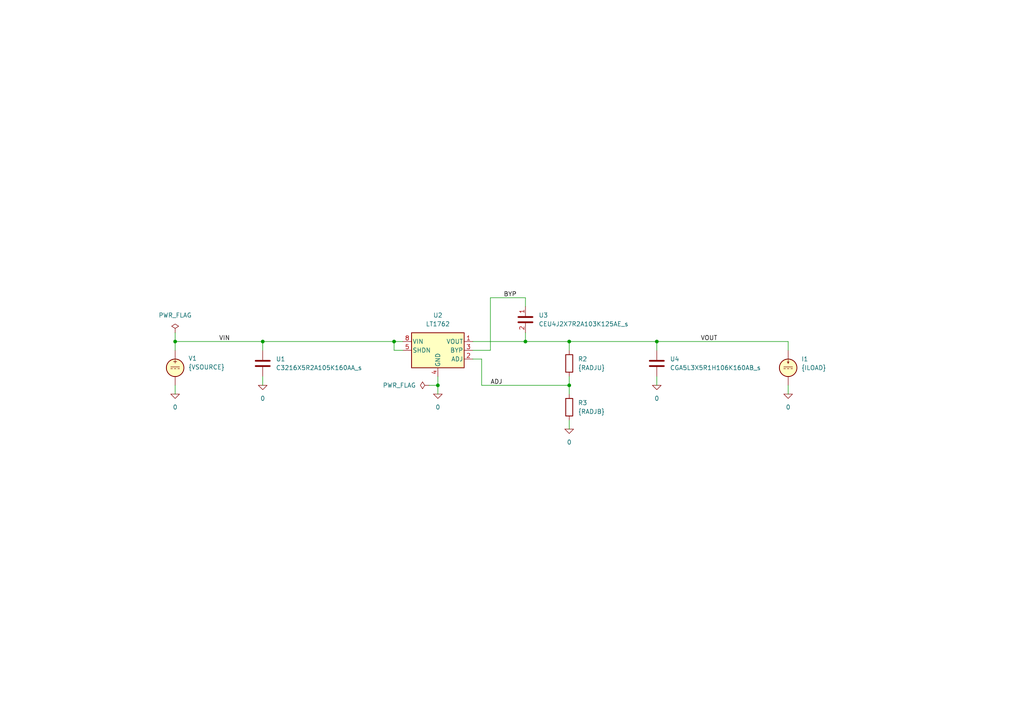
<source format=kicad_sch>
(kicad_sch
	(version 20231120)
	(generator "eeschema")
	(generator_version "8.0")
	(uuid "f42f029b-98b8-43a6-9a39-1406bd100a54")
	(paper "A4")
	(title_block
		(title "150mA, low noise, LDO micropower regulator")
		(date "2024-11-23")
		(rev "2")
		(company "astroelectronic@")
		(comment 1 "-")
		(comment 2 "-")
		(comment 3 "-")
		(comment 4 "AE01005762")
	)
	(lib_symbols
		(symbol "C_1"
			(pin_numbers hide)
			(pin_names
				(offset 0.254)
			)
			(exclude_from_sim no)
			(in_bom yes)
			(on_board yes)
			(property "Reference" "C"
				(at 0.635 2.54 0)
				(effects
					(font
						(size 1.27 1.27)
					)
					(justify left)
				)
			)
			(property "Value" "C_1"
				(at 0.635 -2.54 0)
				(effects
					(font
						(size 1.27 1.27)
					)
					(justify left)
				)
			)
			(property "Footprint" ""
				(at 0.9652 -3.81 0)
				(effects
					(font
						(size 1.27 1.27)
					)
					(hide yes)
				)
			)
			(property "Datasheet" "~"
				(at 0 0 0)
				(effects
					(font
						(size 1.27 1.27)
					)
					(hide yes)
				)
			)
			(property "Description" "Unpolarized capacitor"
				(at 0 0 0)
				(effects
					(font
						(size 1.27 1.27)
					)
					(hide yes)
				)
			)
			(property "ki_keywords" "cap capacitor"
				(at 0 0 0)
				(effects
					(font
						(size 1.27 1.27)
					)
					(hide yes)
				)
			)
			(property "ki_fp_filters" "C_*"
				(at 0 0 0)
				(effects
					(font
						(size 1.27 1.27)
					)
					(hide yes)
				)
			)
			(symbol "C_1_0_1"
				(polyline
					(pts
						(xy -2.032 -0.762) (xy 2.032 -0.762)
					)
					(stroke
						(width 0.508)
						(type default)
					)
					(fill
						(type none)
					)
				)
				(polyline
					(pts
						(xy -2.032 0.762) (xy 2.032 0.762)
					)
					(stroke
						(width 0.508)
						(type default)
					)
					(fill
						(type none)
					)
				)
			)
			(symbol "C_1_1_1"
				(pin passive line
					(at 0 3.81 270)
					(length 2.794)
					(name "~"
						(effects
							(font
								(size 1.27 1.27)
							)
						)
					)
					(number "1"
						(effects
							(font
								(size 1.27 1.27)
							)
						)
					)
				)
				(pin passive line
					(at 0 -3.81 90)
					(length 2.794)
					(name "~"
						(effects
							(font
								(size 1.27 1.27)
							)
						)
					)
					(number "2"
						(effects
							(font
								(size 1.27 1.27)
							)
						)
					)
				)
			)
		)
		(symbol "C_2"
			(pin_numbers hide)
			(pin_names
				(offset 0.254)
			)
			(exclude_from_sim no)
			(in_bom yes)
			(on_board yes)
			(property "Reference" "C"
				(at 0.635 2.54 0)
				(effects
					(font
						(size 1.27 1.27)
					)
					(justify left)
				)
			)
			(property "Value" "C_2"
				(at 0.635 -2.54 0)
				(effects
					(font
						(size 1.27 1.27)
					)
					(justify left)
				)
			)
			(property "Footprint" ""
				(at 0.9652 -3.81 0)
				(effects
					(font
						(size 1.27 1.27)
					)
					(hide yes)
				)
			)
			(property "Datasheet" "~"
				(at 0 0 0)
				(effects
					(font
						(size 1.27 1.27)
					)
					(hide yes)
				)
			)
			(property "Description" "Unpolarized capacitor"
				(at 0 0 0)
				(effects
					(font
						(size 1.27 1.27)
					)
					(hide yes)
				)
			)
			(property "ki_keywords" "cap capacitor"
				(at 0 0 0)
				(effects
					(font
						(size 1.27 1.27)
					)
					(hide yes)
				)
			)
			(property "ki_fp_filters" "C_*"
				(at 0 0 0)
				(effects
					(font
						(size 1.27 1.27)
					)
					(hide yes)
				)
			)
			(symbol "C_2_0_1"
				(polyline
					(pts
						(xy -2.032 -0.762) (xy 2.032 -0.762)
					)
					(stroke
						(width 0.508)
						(type default)
					)
					(fill
						(type none)
					)
				)
				(polyline
					(pts
						(xy -2.032 0.762) (xy 2.032 0.762)
					)
					(stroke
						(width 0.508)
						(type default)
					)
					(fill
						(type none)
					)
				)
			)
			(symbol "C_2_1_1"
				(pin passive line
					(at 0 3.81 270)
					(length 2.794)
					(name "~"
						(effects
							(font
								(size 1.27 1.27)
							)
						)
					)
					(number "1"
						(effects
							(font
								(size 1.27 1.27)
							)
						)
					)
				)
				(pin passive line
					(at 0 -3.81 90)
					(length 2.794)
					(name "~"
						(effects
							(font
								(size 1.27 1.27)
							)
						)
					)
					(number "2"
						(effects
							(font
								(size 1.27 1.27)
							)
						)
					)
				)
			)
		)
		(symbol "C_3"
			(pin_names
				(offset 0.254) hide)
			(exclude_from_sim no)
			(in_bom yes)
			(on_board yes)
			(property "Reference" "C"
				(at 0.635 2.54 0)
				(effects
					(font
						(size 1.27 1.27)
					)
					(justify left)
				)
			)
			(property "Value" "C_3"
				(at 0.635 -2.54 0)
				(effects
					(font
						(size 1.27 1.27)
					)
					(justify left)
				)
			)
			(property "Footprint" ""
				(at 0.9652 -3.81 0)
				(effects
					(font
						(size 1.27 1.27)
					)
					(hide yes)
				)
			)
			(property "Datasheet" "~"
				(at 0 0 0)
				(effects
					(font
						(size 1.27 1.27)
					)
					(hide yes)
				)
			)
			(property "Description" "Unpolarized capacitor"
				(at 0 0 0)
				(effects
					(font
						(size 1.27 1.27)
					)
					(hide yes)
				)
			)
			(property "ki_keywords" "cap capacitor"
				(at 0 0 0)
				(effects
					(font
						(size 1.27 1.27)
					)
					(hide yes)
				)
			)
			(property "ki_fp_filters" "C_*"
				(at 0 0 0)
				(effects
					(font
						(size 1.27 1.27)
					)
					(hide yes)
				)
			)
			(symbol "C_3_0_1"
				(polyline
					(pts
						(xy -2.032 -0.762) (xy 2.032 -0.762)
					)
					(stroke
						(width 0.508)
						(type default)
					)
					(fill
						(type none)
					)
				)
				(polyline
					(pts
						(xy -2.032 0.762) (xy 2.032 0.762)
					)
					(stroke
						(width 0.508)
						(type default)
					)
					(fill
						(type none)
					)
				)
			)
			(symbol "C_3_1_1"
				(pin passive line
					(at 0 3.81 270)
					(length 2.794)
					(name "~"
						(effects
							(font
								(size 1.27 1.27)
							)
						)
					)
					(number "1"
						(effects
							(font
								(size 1.27 1.27)
							)
						)
					)
				)
				(pin passive line
					(at 0 -3.81 90)
					(length 2.794)
					(name "~"
						(effects
							(font
								(size 1.27 1.27)
							)
						)
					)
					(number "2"
						(effects
							(font
								(size 1.27 1.27)
							)
						)
					)
				)
			)
		)
		(symbol "LT1762:0"
			(power)
			(pin_names
				(offset 0)
			)
			(exclude_from_sim no)
			(in_bom yes)
			(on_board yes)
			(property "Reference" "#GND"
				(at 0 -2.54 0)
				(effects
					(font
						(size 1.27 1.27)
					)
					(hide yes)
				)
			)
			(property "Value" "0"
				(at 0 -1.778 0)
				(effects
					(font
						(size 1.27 1.27)
					)
				)
			)
			(property "Footprint" ""
				(at 0 0 0)
				(effects
					(font
						(size 1.27 1.27)
					)
					(hide yes)
				)
			)
			(property "Datasheet" "~"
				(at 0 0 0)
				(effects
					(font
						(size 1.27 1.27)
					)
					(hide yes)
				)
			)
			(property "Description" "0V reference potential for simulation"
				(at 0 0 0)
				(effects
					(font
						(size 1.27 1.27)
					)
					(hide yes)
				)
			)
			(property "ki_keywords" "simulation"
				(at 0 0 0)
				(effects
					(font
						(size 1.27 1.27)
					)
					(hide yes)
				)
			)
			(symbol "0_0_1"
				(polyline
					(pts
						(xy -1.27 0) (xy 0 -1.27) (xy 1.27 0) (xy -1.27 0)
					)
					(stroke
						(width 0)
						(type default)
					)
					(fill
						(type none)
					)
				)
			)
			(symbol "0_1_1"
				(pin power_in line
					(at 0 0 0)
					(length 0) hide
					(name "0"
						(effects
							(font
								(size 1.016 1.016)
							)
						)
					)
					(number "1"
						(effects
							(font
								(size 1.016 1.016)
							)
						)
					)
				)
			)
		)
		(symbol "LT1762:IDC"
			(pin_numbers hide)
			(pin_names
				(offset 0.0254)
			)
			(exclude_from_sim no)
			(in_bom yes)
			(on_board yes)
			(property "Reference" "I"
				(at 2.54 2.54 0)
				(effects
					(font
						(size 1.27 1.27)
					)
					(justify left)
				)
			)
			(property "Value" "1"
				(at 2.54 0 0)
				(effects
					(font
						(size 1.27 1.27)
					)
					(justify left)
				)
			)
			(property "Footprint" ""
				(at 0 0 0)
				(effects
					(font
						(size 1.27 1.27)
					)
					(hide yes)
				)
			)
			(property "Datasheet" "~"
				(at 0 0 0)
				(effects
					(font
						(size 1.27 1.27)
					)
					(hide yes)
				)
			)
			(property "Description" "Current source, DC"
				(at 0 0 0)
				(effects
					(font
						(size 1.27 1.27)
					)
					(hide yes)
				)
			)
			(property "Sim.Pins" "1=+ 2=-"
				(at 0 0 0)
				(effects
					(font
						(size 1.27 1.27)
					)
					(hide yes)
				)
			)
			(property "Sim.Type" "DC"
				(at 0 0 0)
				(effects
					(font
						(size 1.27 1.27)
					)
					(hide yes)
				)
			)
			(property "Sim.Device" "I"
				(at 0 0 0)
				(effects
					(font
						(size 1.27 1.27)
					)
					(justify left)
					(hide yes)
				)
			)
			(property "Spice_Netlist_Enabled" "Y"
				(at 0 0 0)
				(effects
					(font
						(size 1.27 1.27)
					)
					(justify left)
					(hide yes)
				)
			)
			(property "ki_keywords" "simulation"
				(at 0 0 0)
				(effects
					(font
						(size 1.27 1.27)
					)
					(hide yes)
				)
			)
			(symbol "IDC_0_0"
				(polyline
					(pts
						(xy -1.27 0.254) (xy 1.27 0.254)
					)
					(stroke
						(width 0)
						(type default)
					)
					(fill
						(type none)
					)
				)
				(polyline
					(pts
						(xy -0.762 -0.254) (xy -1.27 -0.254)
					)
					(stroke
						(width 0)
						(type default)
					)
					(fill
						(type none)
					)
				)
				(polyline
					(pts
						(xy 0.254 -0.254) (xy -0.254 -0.254)
					)
					(stroke
						(width 0)
						(type default)
					)
					(fill
						(type none)
					)
				)
				(polyline
					(pts
						(xy 1.27 -0.254) (xy 0.762 -0.254)
					)
					(stroke
						(width 0)
						(type default)
					)
					(fill
						(type none)
					)
				)
			)
			(symbol "IDC_0_1"
				(polyline
					(pts
						(xy 0 1.27) (xy 0 2.286)
					)
					(stroke
						(width 0)
						(type default)
					)
					(fill
						(type none)
					)
				)
				(polyline
					(pts
						(xy -0.254 1.778) (xy 0 1.27) (xy 0.254 1.778)
					)
					(stroke
						(width 0)
						(type default)
					)
					(fill
						(type none)
					)
				)
				(circle
					(center 0 0)
					(radius 2.54)
					(stroke
						(width 0.254)
						(type default)
					)
					(fill
						(type background)
					)
				)
			)
			(symbol "IDC_1_1"
				(pin passive line
					(at 0 5.08 270)
					(length 2.54)
					(name "~"
						(effects
							(font
								(size 1.27 1.27)
							)
						)
					)
					(number "1"
						(effects
							(font
								(size 1.27 1.27)
							)
						)
					)
				)
				(pin passive line
					(at 0 -5.08 90)
					(length 2.54)
					(name "~"
						(effects
							(font
								(size 1.27 1.27)
							)
						)
					)
					(number "2"
						(effects
							(font
								(size 1.27 1.27)
							)
						)
					)
				)
			)
		)
		(symbol "LT1762:LT1762"
			(pin_names
				(offset 0.254)
			)
			(exclude_from_sim no)
			(in_bom yes)
			(on_board yes)
			(property "Reference" "U"
				(at -6.35 6.35 0)
				(effects
					(font
						(size 1.27 1.27)
					)
				)
			)
			(property "Value" "LT1762"
				(at 0 6.35 0)
				(effects
					(font
						(size 1.27 1.27)
					)
					(justify left)
				)
			)
			(property "Footprint" ""
				(at 0 8.255 0)
				(effects
					(font
						(size 1.27 1.27)
					)
					(hide yes)
				)
			)
			(property "Datasheet" "https://www.analog.com/en/products/lt1762.html"
				(at 0 0 0)
				(effects
					(font
						(size 1.27 1.27)
					)
					(hide yes)
				)
			)
			(property "Description" "150mA, low noise, LDO micropower regulator"
				(at 0 0 0)
				(effects
					(font
						(size 1.27 1.27)
					)
					(hide yes)
				)
			)
			(property "ki_keywords" "REGULATOR POSITIVE POWER LDO"
				(at 0 0 0)
				(effects
					(font
						(size 1.27 1.27)
					)
					(hide yes)
				)
			)
			(property "ki_fp_filters" "TSOT?23*"
				(at 0 0 0)
				(effects
					(font
						(size 1.27 1.27)
					)
					(hide yes)
				)
			)
			(symbol "LT1762_0_1"
				(rectangle
					(start -7.62 5.08)
					(end 7.62 -5.08)
					(stroke
						(width 0.254)
						(type default)
					)
					(fill
						(type background)
					)
				)
			)
			(symbol "LT1762_1_1"
				(pin passive line
					(at 10.16 2.54 180)
					(length 2.54)
					(name "VOUT"
						(effects
							(font
								(size 1.27 1.27)
							)
						)
					)
					(number "1"
						(effects
							(font
								(size 1.27 1.27)
							)
						)
					)
				)
				(pin passive line
					(at 10.16 -2.54 180)
					(length 2.54)
					(name "ADJ"
						(effects
							(font
								(size 1.27 1.27)
							)
						)
					)
					(number "2"
						(effects
							(font
								(size 1.27 1.27)
							)
						)
					)
				)
				(pin passive line
					(at 10.16 0 180)
					(length 2.54)
					(name "BYP"
						(effects
							(font
								(size 1.27 1.27)
							)
						)
					)
					(number "3"
						(effects
							(font
								(size 1.27 1.27)
							)
						)
					)
				)
				(pin passive line
					(at 0 -7.62 90)
					(length 2.54)
					(name "GND"
						(effects
							(font
								(size 1.27 1.27)
							)
						)
					)
					(number "4"
						(effects
							(font
								(size 1.27 1.27)
							)
						)
					)
				)
				(pin passive line
					(at -10.16 0 0)
					(length 2.54)
					(name "SHDN"
						(effects
							(font
								(size 1.27 1.27)
							)
						)
					)
					(number "5"
						(effects
							(font
								(size 1.27 1.27)
							)
						)
					)
				)
				(pin passive line
					(at -10.16 2.54 0)
					(length 2.54)
					(name "VIN"
						(effects
							(font
								(size 1.27 1.27)
							)
						)
					)
					(number "8"
						(effects
							(font
								(size 1.27 1.27)
							)
						)
					)
				)
			)
		)
		(symbol "LT1762:PWR_FLAG"
			(power)
			(pin_numbers hide)
			(pin_names
				(offset 0) hide)
			(exclude_from_sim no)
			(in_bom yes)
			(on_board yes)
			(property "Reference" "#FLG"
				(at 0 1.905 0)
				(effects
					(font
						(size 1.27 1.27)
					)
					(hide yes)
				)
			)
			(property "Value" "PWR_FLAG"
				(at 0 3.81 0)
				(effects
					(font
						(size 1.27 1.27)
					)
				)
			)
			(property "Footprint" ""
				(at 0 0 0)
				(effects
					(font
						(size 1.27 1.27)
					)
					(hide yes)
				)
			)
			(property "Datasheet" "~"
				(at 0 0 0)
				(effects
					(font
						(size 1.27 1.27)
					)
					(hide yes)
				)
			)
			(property "Description" "Special symbol for telling ERC where power comes from"
				(at 0 0 0)
				(effects
					(font
						(size 1.27 1.27)
					)
					(hide yes)
				)
			)
			(property "ki_keywords" "flag power"
				(at 0 0 0)
				(effects
					(font
						(size 1.27 1.27)
					)
					(hide yes)
				)
			)
			(symbol "PWR_FLAG_0_0"
				(pin power_out line
					(at 0 0 90)
					(length 0)
					(name "pwr"
						(effects
							(font
								(size 1.27 1.27)
							)
						)
					)
					(number "1"
						(effects
							(font
								(size 1.27 1.27)
							)
						)
					)
				)
			)
			(symbol "PWR_FLAG_0_1"
				(polyline
					(pts
						(xy 0 0) (xy 0 1.27) (xy -1.016 1.905) (xy 0 2.54) (xy 1.016 1.905) (xy 0 1.27)
					)
					(stroke
						(width 0)
						(type default)
					)
					(fill
						(type none)
					)
				)
			)
		)
		(symbol "LT1762:R"
			(pin_numbers hide)
			(pin_names
				(offset 0)
			)
			(exclude_from_sim no)
			(in_bom yes)
			(on_board yes)
			(property "Reference" "R"
				(at 2.032 0 90)
				(effects
					(font
						(size 1.27 1.27)
					)
				)
			)
			(property "Value" "R"
				(at 0 0 90)
				(effects
					(font
						(size 1.27 1.27)
					)
				)
			)
			(property "Footprint" ""
				(at -1.778 0 90)
				(effects
					(font
						(size 1.27 1.27)
					)
					(hide yes)
				)
			)
			(property "Datasheet" "~"
				(at 0 0 0)
				(effects
					(font
						(size 1.27 1.27)
					)
					(hide yes)
				)
			)
			(property "Description" "Resistor"
				(at 0 0 0)
				(effects
					(font
						(size 1.27 1.27)
					)
					(hide yes)
				)
			)
			(property "ki_keywords" "R res resistor"
				(at 0 0 0)
				(effects
					(font
						(size 1.27 1.27)
					)
					(hide yes)
				)
			)
			(property "ki_fp_filters" "R_*"
				(at 0 0 0)
				(effects
					(font
						(size 1.27 1.27)
					)
					(hide yes)
				)
			)
			(symbol "R_0_1"
				(rectangle
					(start -1.016 -2.54)
					(end 1.016 2.54)
					(stroke
						(width 0.254)
						(type default)
					)
					(fill
						(type none)
					)
				)
			)
			(symbol "R_1_1"
				(pin passive line
					(at 0 3.81 270)
					(length 1.27)
					(name "~"
						(effects
							(font
								(size 1.27 1.27)
							)
						)
					)
					(number "1"
						(effects
							(font
								(size 1.27 1.27)
							)
						)
					)
				)
				(pin passive line
					(at 0 -3.81 90)
					(length 1.27)
					(name "~"
						(effects
							(font
								(size 1.27 1.27)
							)
						)
					)
					(number "2"
						(effects
							(font
								(size 1.27 1.27)
							)
						)
					)
				)
			)
		)
		(symbol "LT1762:VDC"
			(pin_numbers hide)
			(pin_names
				(offset 0.0254)
			)
			(exclude_from_sim no)
			(in_bom yes)
			(on_board yes)
			(property "Reference" "V"
				(at 2.54 2.54 0)
				(effects
					(font
						(size 1.27 1.27)
					)
					(justify left)
				)
			)
			(property "Value" "1"
				(at 2.54 0 0)
				(effects
					(font
						(size 1.27 1.27)
					)
					(justify left)
				)
			)
			(property "Footprint" ""
				(at 0 0 0)
				(effects
					(font
						(size 1.27 1.27)
					)
					(hide yes)
				)
			)
			(property "Datasheet" "~"
				(at 0 0 0)
				(effects
					(font
						(size 1.27 1.27)
					)
					(hide yes)
				)
			)
			(property "Description" "Voltage source, DC"
				(at 0 0 0)
				(effects
					(font
						(size 1.27 1.27)
					)
					(hide yes)
				)
			)
			(property "Sim.Pins" "1=+ 2=-"
				(at 0 0 0)
				(effects
					(font
						(size 1.27 1.27)
					)
					(hide yes)
				)
			)
			(property "Sim.Type" "DC"
				(at 0 0 0)
				(effects
					(font
						(size 1.27 1.27)
					)
					(hide yes)
				)
			)
			(property "Sim.Device" "V"
				(at 0 0 0)
				(effects
					(font
						(size 1.27 1.27)
					)
					(justify left)
					(hide yes)
				)
			)
			(property "Spice_Netlist_Enabled" "Y"
				(at 0 0 0)
				(effects
					(font
						(size 1.27 1.27)
					)
					(justify left)
					(hide yes)
				)
			)
			(property "ki_keywords" "simulation"
				(at 0 0 0)
				(effects
					(font
						(size 1.27 1.27)
					)
					(hide yes)
				)
			)
			(symbol "VDC_0_0"
				(polyline
					(pts
						(xy -1.27 0.254) (xy 1.27 0.254)
					)
					(stroke
						(width 0)
						(type default)
					)
					(fill
						(type none)
					)
				)
				(polyline
					(pts
						(xy -0.762 -0.254) (xy -1.27 -0.254)
					)
					(stroke
						(width 0)
						(type default)
					)
					(fill
						(type none)
					)
				)
				(polyline
					(pts
						(xy 0.254 -0.254) (xy -0.254 -0.254)
					)
					(stroke
						(width 0)
						(type default)
					)
					(fill
						(type none)
					)
				)
				(polyline
					(pts
						(xy 1.27 -0.254) (xy 0.762 -0.254)
					)
					(stroke
						(width 0)
						(type default)
					)
					(fill
						(type none)
					)
				)
				(text "+"
					(at 0 1.905 0)
					(effects
						(font
							(size 1.27 1.27)
						)
					)
				)
			)
			(symbol "VDC_0_1"
				(circle
					(center 0 0)
					(radius 2.54)
					(stroke
						(width 0.254)
						(type default)
					)
					(fill
						(type background)
					)
				)
			)
			(symbol "VDC_1_1"
				(pin passive line
					(at 0 5.08 270)
					(length 2.54)
					(name "~"
						(effects
							(font
								(size 1.27 1.27)
							)
						)
					)
					(number "1"
						(effects
							(font
								(size 1.27 1.27)
							)
						)
					)
				)
				(pin passive line
					(at 0 -5.08 90)
					(length 2.54)
					(name "~"
						(effects
							(font
								(size 1.27 1.27)
							)
						)
					)
					(number "2"
						(effects
							(font
								(size 1.27 1.27)
							)
						)
					)
				)
			)
		)
	)
	(junction
		(at 190.5 99.06)
		(diameter 0)
		(color 0 0 0 0)
		(uuid "11109602-1aa3-4662-aaee-cd7778ed68d3")
	)
	(junction
		(at 165.1 99.06)
		(diameter 0)
		(color 0 0 0 0)
		(uuid "42864d58-f36f-475f-827e-a50cd7d9d3a0")
	)
	(junction
		(at 165.1 111.76)
		(diameter 0)
		(color 0 0 0 0)
		(uuid "572f6b32-03c9-4d27-afda-0f6f65180ffc")
	)
	(junction
		(at 127 111.76)
		(diameter 0)
		(color 0 0 0 0)
		(uuid "7741af46-b7c1-40d8-8d71-6918be4dda0d")
	)
	(junction
		(at 114.3 99.06)
		(diameter 0)
		(color 0 0 0 0)
		(uuid "b39e8e9d-ae41-4396-83ce-97e05f76f74b")
	)
	(junction
		(at 50.8 99.06)
		(diameter 0)
		(color 0 0 0 0)
		(uuid "b8a210d7-bdf1-4456-8c25-8a82d5c7f6cf")
	)
	(junction
		(at 76.2 99.06)
		(diameter 0)
		(color 0 0 0 0)
		(uuid "d6a02af8-1190-42d4-8ada-9f6c6c253d1c")
	)
	(junction
		(at 152.4 99.06)
		(diameter 0)
		(color 0 0 0 0)
		(uuid "e100e4b9-e8dc-4103-ac04-41c8ad987513")
	)
	(wire
		(pts
			(xy 142.24 101.6) (xy 142.24 86.36)
		)
		(stroke
			(width 0)
			(type default)
		)
		(uuid "0bdd93fd-05e4-4227-ac74-3a508eebeea8")
	)
	(wire
		(pts
			(xy 228.6 101.6) (xy 228.6 99.06)
		)
		(stroke
			(width 0)
			(type default)
		)
		(uuid "1356824a-1a49-43ac-856e-20d1d948a33f")
	)
	(wire
		(pts
			(xy 165.1 111.76) (xy 165.1 114.3)
		)
		(stroke
			(width 0)
			(type default)
		)
		(uuid "14ba19cc-cab9-4115-9733-11cb6575238a")
	)
	(wire
		(pts
			(xy 76.2 109.22) (xy 76.2 111.76)
		)
		(stroke
			(width 0)
			(type default)
		)
		(uuid "24428103-292a-4d56-b6a0-2b2cef0552a0")
	)
	(wire
		(pts
			(xy 190.5 109.22) (xy 190.5 111.76)
		)
		(stroke
			(width 0)
			(type default)
		)
		(uuid "2a8d9f39-7015-4ef9-b3b6-73b8662dda40")
	)
	(wire
		(pts
			(xy 165.1 99.06) (xy 190.5 99.06)
		)
		(stroke
			(width 0)
			(type default)
		)
		(uuid "2ce9b536-4aa0-456b-a68c-eaf45f9c02d5")
	)
	(wire
		(pts
			(xy 152.4 99.06) (xy 165.1 99.06)
		)
		(stroke
			(width 0)
			(type default)
		)
		(uuid "4044a957-ffaa-4c2f-9254-eb8c2e8157ce")
	)
	(wire
		(pts
			(xy 127 111.76) (xy 127 114.3)
		)
		(stroke
			(width 0)
			(type default)
		)
		(uuid "5aa00d47-abc6-48c1-9c9d-2e2c7735ba12")
	)
	(wire
		(pts
			(xy 190.5 101.6) (xy 190.5 99.06)
		)
		(stroke
			(width 0)
			(type default)
		)
		(uuid "62d26abd-ba0c-4339-a528-0b145ba7bae8")
	)
	(wire
		(pts
			(xy 165.1 121.92) (xy 165.1 124.46)
		)
		(stroke
			(width 0)
			(type default)
		)
		(uuid "66d77bf9-f843-4274-8fb3-9aacf38ee482")
	)
	(wire
		(pts
			(xy 114.3 99.06) (xy 116.84 99.06)
		)
		(stroke
			(width 0)
			(type default)
		)
		(uuid "728f4d99-dd70-4017-8d73-471ab7afc576")
	)
	(wire
		(pts
			(xy 139.7 104.14) (xy 137.16 104.14)
		)
		(stroke
			(width 0)
			(type default)
		)
		(uuid "7a6a1a57-0510-46e9-bbc7-a1b708dac2f2")
	)
	(wire
		(pts
			(xy 228.6 111.76) (xy 228.6 114.3)
		)
		(stroke
			(width 0)
			(type default)
		)
		(uuid "7eec934c-6cc3-47eb-b91a-74863d77add4")
	)
	(wire
		(pts
			(xy 137.16 99.06) (xy 152.4 99.06)
		)
		(stroke
			(width 0)
			(type default)
		)
		(uuid "807b8ff3-8fd9-407c-b2a0-194eb7389612")
	)
	(wire
		(pts
			(xy 152.4 86.36) (xy 152.4 88.9)
		)
		(stroke
			(width 0)
			(type default)
		)
		(uuid "87d00c6c-a184-4a15-9689-dc9e55906922")
	)
	(wire
		(pts
			(xy 124.46 111.76) (xy 127 111.76)
		)
		(stroke
			(width 0)
			(type default)
		)
		(uuid "9bc15863-f581-4c51-bf17-e7ce544b7f04")
	)
	(wire
		(pts
			(xy 190.5 99.06) (xy 228.6 99.06)
		)
		(stroke
			(width 0)
			(type default)
		)
		(uuid "a77d93fd-8c8f-476d-ba10-649967172bbb")
	)
	(wire
		(pts
			(xy 116.84 101.6) (xy 114.3 101.6)
		)
		(stroke
			(width 0)
			(type default)
		)
		(uuid "ae493a04-70d8-4322-ac57-bcd6555ada5f")
	)
	(wire
		(pts
			(xy 152.4 96.52) (xy 152.4 99.06)
		)
		(stroke
			(width 0)
			(type default)
		)
		(uuid "afe1ae79-527b-41b2-8f22-0e346cbdceb7")
	)
	(wire
		(pts
			(xy 139.7 111.76) (xy 139.7 104.14)
		)
		(stroke
			(width 0)
			(type default)
		)
		(uuid "bdcd4650-515e-48f6-8bb9-bc5bbc29ef4b")
	)
	(wire
		(pts
			(xy 50.8 99.06) (xy 76.2 99.06)
		)
		(stroke
			(width 0)
			(type default)
		)
		(uuid "be1c155e-5797-4fb6-a745-d1cc0aa3264c")
	)
	(wire
		(pts
			(xy 76.2 99.06) (xy 114.3 99.06)
		)
		(stroke
			(width 0)
			(type default)
		)
		(uuid "c0a03b20-53c0-4226-8bf9-f9dd00325717")
	)
	(wire
		(pts
			(xy 137.16 101.6) (xy 142.24 101.6)
		)
		(stroke
			(width 0)
			(type default)
		)
		(uuid "c3bf904e-3590-4ff9-82ac-572d5c47bc26")
	)
	(wire
		(pts
			(xy 76.2 99.06) (xy 76.2 101.6)
		)
		(stroke
			(width 0)
			(type default)
		)
		(uuid "ca25e6f0-9cd2-4f65-a389-a3cfbade2b23")
	)
	(wire
		(pts
			(xy 165.1 99.06) (xy 165.1 101.6)
		)
		(stroke
			(width 0)
			(type default)
		)
		(uuid "d2b6b60c-8c64-4daa-b0f6-ba30cb3cf25e")
	)
	(wire
		(pts
			(xy 50.8 101.6) (xy 50.8 99.06)
		)
		(stroke
			(width 0)
			(type default)
		)
		(uuid "d2e956d2-fcf1-459e-9dd1-96352e8b6efe")
	)
	(wire
		(pts
			(xy 50.8 96.52) (xy 50.8 99.06)
		)
		(stroke
			(width 0)
			(type default)
		)
		(uuid "d4c083b6-708b-40dc-8a8d-47118ff17940")
	)
	(wire
		(pts
			(xy 127 109.22) (xy 127 111.76)
		)
		(stroke
			(width 0)
			(type default)
		)
		(uuid "d7e82739-addf-4249-9f33-42adbe18696a")
	)
	(wire
		(pts
			(xy 165.1 109.22) (xy 165.1 111.76)
		)
		(stroke
			(width 0)
			(type default)
		)
		(uuid "d9561174-456d-4a2a-9f06-a8e41ae2ae6a")
	)
	(wire
		(pts
			(xy 50.8 111.76) (xy 50.8 114.3)
		)
		(stroke
			(width 0)
			(type default)
		)
		(uuid "e6e488de-6bbe-4325-8661-1fc9a3c093c3")
	)
	(wire
		(pts
			(xy 139.7 111.76) (xy 165.1 111.76)
		)
		(stroke
			(width 0)
			(type default)
		)
		(uuid "edf6db8c-9142-4bc6-8df1-2e9ad88b3a67")
	)
	(wire
		(pts
			(xy 142.24 86.36) (xy 152.4 86.36)
		)
		(stroke
			(width 0)
			(type default)
		)
		(uuid "efb4fa5a-2af2-49e1-a9e3-9b2f43a08f9f")
	)
	(wire
		(pts
			(xy 114.3 99.06) (xy 114.3 101.6)
		)
		(stroke
			(width 0)
			(type default)
		)
		(uuid "f9934a19-2288-4e27-bfed-a4784850ea40")
	)
	(label "VOUT"
		(at 203.2 99.06 0)
		(fields_autoplaced yes)
		(effects
			(font
				(size 1.27 1.27)
			)
			(justify left bottom)
		)
		(uuid "24762aca-e450-47b5-8e72-e7098422ca6b")
	)
	(label "ADJ"
		(at 142.24 111.76 0)
		(fields_autoplaced yes)
		(effects
			(font
				(size 1.27 1.27)
			)
			(justify left bottom)
		)
		(uuid "81ea7eac-d918-446e-8f07-195c3b50ec83")
	)
	(label "VIN"
		(at 63.5 99.06 0)
		(fields_autoplaced yes)
		(effects
			(font
				(size 1.27 1.27)
			)
			(justify left bottom)
		)
		(uuid "ce8c0197-12fa-46ad-99d9-f8922b3114cb")
	)
	(label "BYP"
		(at 146.05 86.36 0)
		(fields_autoplaced yes)
		(effects
			(font
				(size 1.27 1.27)
			)
			(justify left bottom)
		)
		(uuid "d9172426-47d5-4e6e-9a46-0f6c5d674ba9")
	)
	(symbol
		(lib_id "LT1762:0")
		(at 76.2 111.76 0)
		(unit 1)
		(exclude_from_sim no)
		(in_bom yes)
		(on_board yes)
		(dnp no)
		(fields_autoplaced yes)
		(uuid "0268f42e-e91b-4228-ae8f-e4c54ec3fe40")
		(property "Reference" "#GND0106"
			(at 76.2 114.3 0)
			(effects
				(font
					(size 1.27 1.27)
				)
				(hide yes)
			)
		)
		(property "Value" "0"
			(at 76.2 115.57 0)
			(effects
				(font
					(size 1.27 1.27)
				)
			)
		)
		(property "Footprint" ""
			(at 76.2 111.76 0)
			(effects
				(font
					(size 1.27 1.27)
				)
				(hide yes)
			)
		)
		(property "Datasheet" "~"
			(at 76.2 111.76 0)
			(effects
				(font
					(size 1.27 1.27)
				)
				(hide yes)
			)
		)
		(property "Description" ""
			(at 76.2 111.76 0)
			(effects
				(font
					(size 1.27 1.27)
				)
				(hide yes)
			)
		)
		(pin "1"
			(uuid "87809094-6005-4f08-a78c-1cb4819790d4")
		)
		(instances
			(project ""
				(path "/f42f029b-98b8-43a6-9a39-1406bd100a54"
					(reference "#GND0106")
					(unit 1)
				)
			)
		)
	)
	(symbol
		(lib_id "LT1762:0")
		(at 50.8 114.3 0)
		(unit 1)
		(exclude_from_sim no)
		(in_bom yes)
		(on_board yes)
		(dnp no)
		(fields_autoplaced yes)
		(uuid "2636227d-dfd1-4aac-8057-54746b3d0781")
		(property "Reference" "#GND0105"
			(at 50.8 116.84 0)
			(effects
				(font
					(size 1.27 1.27)
				)
				(hide yes)
			)
		)
		(property "Value" "0"
			(at 50.8 118.11 0)
			(effects
				(font
					(size 1.27 1.27)
				)
			)
		)
		(property "Footprint" ""
			(at 50.8 114.3 0)
			(effects
				(font
					(size 1.27 1.27)
				)
				(hide yes)
			)
		)
		(property "Datasheet" "~"
			(at 50.8 114.3 0)
			(effects
				(font
					(size 1.27 1.27)
				)
				(hide yes)
			)
		)
		(property "Description" ""
			(at 50.8 114.3 0)
			(effects
				(font
					(size 1.27 1.27)
				)
				(hide yes)
			)
		)
		(pin "1"
			(uuid "f6042a3f-6901-42ff-989d-e64f26386100")
		)
		(instances
			(project ""
				(path "/f42f029b-98b8-43a6-9a39-1406bd100a54"
					(reference "#GND0105")
					(unit 1)
				)
			)
		)
	)
	(symbol
		(lib_name "LT1762:IDC")
		(lib_id "LT1762:IDC")
		(at 228.6 106.68 0)
		(unit 1)
		(exclude_from_sim no)
		(in_bom yes)
		(on_board yes)
		(dnp no)
		(fields_autoplaced yes)
		(uuid "298384bb-7d38-4da4-8df4-4a5870f13a7e")
		(property "Reference" "I1"
			(at 232.41 104.1399 0)
			(effects
				(font
					(size 1.27 1.27)
				)
				(justify left)
			)
		)
		(property "Value" "{ILOAD}"
			(at 232.41 106.6799 0)
			(effects
				(font
					(size 1.27 1.27)
				)
				(justify left)
			)
		)
		(property "Footprint" ""
			(at 228.6 106.68 0)
			(effects
				(font
					(size 1.27 1.27)
				)
				(hide yes)
			)
		)
		(property "Datasheet" "~"
			(at 228.6 106.68 0)
			(effects
				(font
					(size 1.27 1.27)
				)
				(hide yes)
			)
		)
		(property "Description" ""
			(at 228.6 106.68 0)
			(effects
				(font
					(size 1.27 1.27)
				)
				(hide yes)
			)
		)
		(property "Sim.Device" "SPICE"
			(at 228.6 106.68 0)
			(effects
				(font
					(size 1.27 1.27)
				)
				(justify left)
				(hide yes)
			)
		)
		(property "Sim.Params" "type=\"I\" model=\"{ILOAD}\" lib=\"\""
			(at 0 0 0)
			(effects
				(font
					(size 1.27 1.27)
				)
				(hide yes)
			)
		)
		(property "Sim.Pins" "1=1 2=2"
			(at 0 0 0)
			(effects
				(font
					(size 1.27 1.27)
				)
				(hide yes)
			)
		)
		(pin "1"
			(uuid "32a72a8c-2687-4119-9922-5a673c19d69c")
		)
		(pin "2"
			(uuid "079d57c3-5333-4c39-8798-a4a1eaea928b")
		)
		(instances
			(project ""
				(path "/f42f029b-98b8-43a6-9a39-1406bd100a54"
					(reference "I1")
					(unit 1)
				)
			)
		)
	)
	(symbol
		(lib_id "LT1762:R")
		(at 165.1 105.41 0)
		(unit 1)
		(exclude_from_sim no)
		(in_bom yes)
		(on_board yes)
		(dnp no)
		(fields_autoplaced yes)
		(uuid "5179e288-479b-4b93-b9e7-fe29fddc8aad")
		(property "Reference" "R2"
			(at 167.64 104.1399 0)
			(effects
				(font
					(size 1.27 1.27)
				)
				(justify left)
			)
		)
		(property "Value" "{RADJU}"
			(at 167.64 106.6799 0)
			(effects
				(font
					(size 1.27 1.27)
				)
				(justify left)
			)
		)
		(property "Footprint" ""
			(at 163.322 105.41 90)
			(effects
				(font
					(size 1.27 1.27)
				)
				(hide yes)
			)
		)
		(property "Datasheet" "~"
			(at 165.1 105.41 0)
			(effects
				(font
					(size 1.27 1.27)
				)
				(hide yes)
			)
		)
		(property "Description" ""
			(at 165.1 105.41 0)
			(effects
				(font
					(size 1.27 1.27)
				)
				(hide yes)
			)
		)
		(pin "1"
			(uuid "75160e0e-ec09-455e-97e7-7d760a083bc9")
		)
		(pin "2"
			(uuid "4f80291a-1c8e-4654-b7d9-bc61f549b91b")
		)
		(instances
			(project ""
				(path "/f42f029b-98b8-43a6-9a39-1406bd100a54"
					(reference "R2")
					(unit 1)
				)
			)
		)
	)
	(symbol
		(lib_name "C_3")
		(lib_id "LT1762:C_3")
		(at 152.4 92.71 0)
		(unit 1)
		(exclude_from_sim no)
		(in_bom yes)
		(on_board yes)
		(dnp no)
		(fields_autoplaced yes)
		(uuid "651fc1b1-78bc-4335-867a-3485d5b4ec05")
		(property "Reference" "U3"
			(at 156.21 91.4399 0)
			(effects
				(font
					(size 1.27 1.27)
				)
				(justify left)
			)
		)
		(property "Value" "CEU4J2X7R2A103K125AE_s"
			(at 156.21 93.9799 0)
			(effects
				(font
					(size 1.27 1.27)
				)
				(justify left)
			)
		)
		(property "Footprint" ""
			(at 153.3652 96.52 0)
			(effects
				(font
					(size 1.27 1.27)
				)
				(hide yes)
			)
		)
		(property "Datasheet" "~"
			(at 152.4 92.71 0)
			(effects
				(font
					(size 1.27 1.27)
				)
				(hide yes)
			)
		)
		(property "Description" ""
			(at 152.4 92.71 0)
			(effects
				(font
					(size 1.27 1.27)
				)
				(hide yes)
			)
		)
		(property "Sim.Device" "SUBCKT"
			(at 152.4 92.71 0)
			(effects
				(font
					(size 1.27 1.27)
				)
				(hide yes)
			)
		)
		(property "Sim.Pins" "1=n1 2=n2"
			(at 0 0 0)
			(effects
				(font
					(size 1.27 1.27)
				)
				(hide yes)
			)
		)
		(property "Sim.Library" "_models\\CEU4J2X7R2A103K125AE_s.mod"
			(at 152.4 92.71 0)
			(effects
				(font
					(size 1.27 1.27)
				)
				(hide yes)
			)
		)
		(property "Sim.Name" "CEU4J2X7R2A103K125AE_s"
			(at 152.4 92.71 0)
			(effects
				(font
					(size 1.27 1.27)
				)
				(hide yes)
			)
		)
		(pin "1"
			(uuid "d2309e71-c1bd-457f-a13f-4df344465e2f")
		)
		(pin "2"
			(uuid "a0c0b8c7-9670-4036-bb6c-2b1537548609")
		)
		(instances
			(project ""
				(path "/f42f029b-98b8-43a6-9a39-1406bd100a54"
					(reference "U3")
					(unit 1)
				)
			)
		)
	)
	(symbol
		(lib_id "LT1762:0")
		(at 228.6 114.3 0)
		(unit 1)
		(exclude_from_sim no)
		(in_bom yes)
		(on_board yes)
		(dnp no)
		(fields_autoplaced yes)
		(uuid "88696210-2337-49e0-a868-846f60638ba6")
		(property "Reference" "#GND0102"
			(at 228.6 116.84 0)
			(effects
				(font
					(size 1.27 1.27)
				)
				(hide yes)
			)
		)
		(property "Value" "0"
			(at 228.6 118.11 0)
			(effects
				(font
					(size 1.27 1.27)
				)
			)
		)
		(property "Footprint" ""
			(at 228.6 114.3 0)
			(effects
				(font
					(size 1.27 1.27)
				)
				(hide yes)
			)
		)
		(property "Datasheet" "~"
			(at 228.6 114.3 0)
			(effects
				(font
					(size 1.27 1.27)
				)
				(hide yes)
			)
		)
		(property "Description" ""
			(at 228.6 114.3 0)
			(effects
				(font
					(size 1.27 1.27)
				)
				(hide yes)
			)
		)
		(pin "1"
			(uuid "3cade351-21d9-4845-8a9e-625ec023cc55")
		)
		(instances
			(project ""
				(path "/f42f029b-98b8-43a6-9a39-1406bd100a54"
					(reference "#GND0102")
					(unit 1)
				)
			)
		)
	)
	(symbol
		(lib_id "LT1762:PWR_FLAG")
		(at 124.46 111.76 90)
		(unit 1)
		(exclude_from_sim no)
		(in_bom yes)
		(on_board yes)
		(dnp no)
		(fields_autoplaced yes)
		(uuid "91e4f036-2f34-4b1f-8ea4-8ab8111a0c38")
		(property "Reference" "#FLG02"
			(at 122.555 111.76 0)
			(effects
				(font
					(size 1.27 1.27)
				)
				(hide yes)
			)
		)
		(property "Value" "PWR_FLAG"
			(at 120.65 111.7599 90)
			(effects
				(font
					(size 1.27 1.27)
				)
				(justify left)
			)
		)
		(property "Footprint" ""
			(at 124.46 111.76 0)
			(effects
				(font
					(size 1.27 1.27)
				)
				(hide yes)
			)
		)
		(property "Datasheet" "~"
			(at 124.46 111.76 0)
			(effects
				(font
					(size 1.27 1.27)
				)
				(hide yes)
			)
		)
		(property "Description" ""
			(at 124.46 111.76 0)
			(effects
				(font
					(size 1.27 1.27)
				)
				(hide yes)
			)
		)
		(pin "1"
			(uuid "24b57ba5-7f01-46a1-9acf-01152a44b808")
		)
		(instances
			(project ""
				(path "/f42f029b-98b8-43a6-9a39-1406bd100a54"
					(reference "#FLG02")
					(unit 1)
				)
			)
		)
	)
	(symbol
		(lib_id "LT1762:0")
		(at 165.1 124.46 0)
		(unit 1)
		(exclude_from_sim no)
		(in_bom yes)
		(on_board yes)
		(dnp no)
		(fields_autoplaced yes)
		(uuid "b05f9074-b445-4550-9208-ce8c0e549e16")
		(property "Reference" "#GND01"
			(at 165.1 127 0)
			(effects
				(font
					(size 1.27 1.27)
				)
				(hide yes)
			)
		)
		(property "Value" "0"
			(at 165.1 128.27 0)
			(effects
				(font
					(size 1.27 1.27)
				)
			)
		)
		(property "Footprint" ""
			(at 165.1 124.46 0)
			(effects
				(font
					(size 1.27 1.27)
				)
				(hide yes)
			)
		)
		(property "Datasheet" "~"
			(at 165.1 124.46 0)
			(effects
				(font
					(size 1.27 1.27)
				)
				(hide yes)
			)
		)
		(property "Description" ""
			(at 165.1 124.46 0)
			(effects
				(font
					(size 1.27 1.27)
				)
				(hide yes)
			)
		)
		(pin "1"
			(uuid "084f9f8f-e52c-4f13-8829-b509f4efeaa8")
		)
		(instances
			(project ""
				(path "/f42f029b-98b8-43a6-9a39-1406bd100a54"
					(reference "#GND01")
					(unit 1)
				)
			)
		)
	)
	(symbol
		(lib_id "LT1762:R")
		(at 165.1 118.11 0)
		(unit 1)
		(exclude_from_sim no)
		(in_bom yes)
		(on_board yes)
		(dnp no)
		(fields_autoplaced yes)
		(uuid "bb33fd3d-f3b1-4002-aec2-c28d2fe5ee94")
		(property "Reference" "R3"
			(at 167.64 116.8399 0)
			(effects
				(font
					(size 1.27 1.27)
				)
				(justify left)
			)
		)
		(property "Value" "{RADJB}"
			(at 167.64 119.3799 0)
			(effects
				(font
					(size 1.27 1.27)
				)
				(justify left)
			)
		)
		(property "Footprint" ""
			(at 163.322 118.11 90)
			(effects
				(font
					(size 1.27 1.27)
				)
				(hide yes)
			)
		)
		(property "Datasheet" "~"
			(at 165.1 118.11 0)
			(effects
				(font
					(size 1.27 1.27)
				)
				(hide yes)
			)
		)
		(property "Description" ""
			(at 165.1 118.11 0)
			(effects
				(font
					(size 1.27 1.27)
				)
				(hide yes)
			)
		)
		(pin "1"
			(uuid "a1132fed-617d-4dc8-8a7e-1bd09af13475")
		)
		(pin "2"
			(uuid "3db95581-d8d1-40e7-85d0-dc714b66ec26")
		)
		(instances
			(project ""
				(path "/f42f029b-98b8-43a6-9a39-1406bd100a54"
					(reference "R3")
					(unit 1)
				)
			)
		)
	)
	(symbol
		(lib_id "LT1762:LT1762")
		(at 127 101.6 0)
		(unit 1)
		(exclude_from_sim no)
		(in_bom yes)
		(on_board yes)
		(dnp no)
		(fields_autoplaced yes)
		(uuid "bc03be52-ce82-4872-8717-4ed15c2e595a")
		(property "Reference" "U2"
			(at 127 91.44 0)
			(effects
				(font
					(size 1.27 1.27)
				)
			)
		)
		(property "Value" "LT1762"
			(at 127 93.98 0)
			(effects
				(font
					(size 1.27 1.27)
				)
			)
		)
		(property "Footprint" ""
			(at 127 93.345 0)
			(effects
				(font
					(size 1.27 1.27)
				)
				(hide yes)
			)
		)
		(property "Datasheet" "https://www.analog.com/en/products/lt1762.html"
			(at 127 101.6 0)
			(effects
				(font
					(size 1.27 1.27)
				)
				(hide yes)
			)
		)
		(property "Description" ""
			(at 127 101.6 0)
			(effects
				(font
					(size 1.27 1.27)
				)
				(hide yes)
			)
		)
		(property "Sim.Device" "SUBCKT"
			(at 127 101.6 0)
			(effects
				(font
					(size 1.27 1.27)
				)
				(hide yes)
			)
		)
		(property "Sim.Pins" "1=1 2=2 3=3 4=4 5=5 8=8"
			(at 0 0 0)
			(effects
				(font
					(size 1.27 1.27)
				)
				(hide yes)
			)
		)
		(property "Sim.Library" "_models\\LT1762.lib"
			(at 127 101.6 0)
			(effects
				(font
					(size 1.27 1.27)
				)
				(hide yes)
			)
		)
		(property "Sim.Name" "LT1762"
			(at 127 101.6 0)
			(effects
				(font
					(size 1.27 1.27)
				)
				(hide yes)
			)
		)
		(pin "1"
			(uuid "88f1a4e7-ffb0-4939-9eb6-58af730e616d")
		)
		(pin "2"
			(uuid "4a5e2e7d-e1db-44be-9592-5dc9bd828b62")
		)
		(pin "3"
			(uuid "117d7f47-6185-46e4-8e23-a01c7ddc9288")
		)
		(pin "4"
			(uuid "ea76e483-0b08-459b-ba98-0b9bc1e48ce5")
		)
		(pin "5"
			(uuid "f48adff8-ff8b-405c-a072-56add4e607ec")
		)
		(pin "8"
			(uuid "4a345d0e-d067-4c82-8cf0-ad4f90dbd246")
		)
		(instances
			(project ""
				(path "/f42f029b-98b8-43a6-9a39-1406bd100a54"
					(reference "U2")
					(unit 1)
				)
			)
		)
	)
	(symbol
		(lib_id "LT1762:0")
		(at 127 114.3 0)
		(unit 1)
		(exclude_from_sim no)
		(in_bom yes)
		(on_board yes)
		(dnp no)
		(fields_autoplaced yes)
		(uuid "ca00b8cb-82c6-4e39-aef0-5aa9c7125143")
		(property "Reference" "#GND0104"
			(at 127 116.84 0)
			(effects
				(font
					(size 1.27 1.27)
				)
				(hide yes)
			)
		)
		(property "Value" "0"
			(at 127 118.11 0)
			(effects
				(font
					(size 1.27 1.27)
				)
			)
		)
		(property "Footprint" ""
			(at 127 114.3 0)
			(effects
				(font
					(size 1.27 1.27)
				)
				(hide yes)
			)
		)
		(property "Datasheet" "~"
			(at 127 114.3 0)
			(effects
				(font
					(size 1.27 1.27)
				)
				(hide yes)
			)
		)
		(property "Description" ""
			(at 127 114.3 0)
			(effects
				(font
					(size 1.27 1.27)
				)
				(hide yes)
			)
		)
		(pin "1"
			(uuid "e2176f4e-b1df-4cf9-9201-f9e49451cf28")
		)
		(instances
			(project ""
				(path "/f42f029b-98b8-43a6-9a39-1406bd100a54"
					(reference "#GND0104")
					(unit 1)
				)
			)
		)
	)
	(symbol
		(lib_name "C_1")
		(lib_id "LT1762:C_1")
		(at 190.5 105.41 0)
		(unit 1)
		(exclude_from_sim no)
		(in_bom yes)
		(on_board yes)
		(dnp no)
		(fields_autoplaced yes)
		(uuid "ca4e33ea-f1af-4f32-af7b-7ca71fd4b6e8")
		(property "Reference" "U4"
			(at 194.31 104.1399 0)
			(effects
				(font
					(size 1.27 1.27)
				)
				(justify left)
			)
		)
		(property "Value" "CGA5L3X5R1H106K160AB_s"
			(at 194.31 106.6799 0)
			(effects
				(font
					(size 1.27 1.27)
				)
				(justify left)
			)
		)
		(property "Footprint" ""
			(at 191.4652 109.22 0)
			(effects
				(font
					(size 1.27 1.27)
				)
				(hide yes)
			)
		)
		(property "Datasheet" "~"
			(at 190.5 105.41 0)
			(effects
				(font
					(size 1.27 1.27)
				)
				(hide yes)
			)
		)
		(property "Description" ""
			(at 190.5 105.41 0)
			(effects
				(font
					(size 1.27 1.27)
				)
				(hide yes)
			)
		)
		(property "Sim.Device" "SUBCKT"
			(at 190.5 105.41 0)
			(effects
				(font
					(size 1.27 1.27)
				)
				(hide yes)
			)
		)
		(property "Sim.Pins" "1=n1 2=n2"
			(at 0 0 0)
			(effects
				(font
					(size 1.27 1.27)
				)
				(hide yes)
			)
		)
		(property "Sim.Library" "_models\\CGA5L3X5R1H106K160AB_s.mod"
			(at 190.5 105.41 0)
			(effects
				(font
					(size 1.27 1.27)
				)
				(hide yes)
			)
		)
		(property "Sim.Name" "CGA5L3X5R1H106K160AB_s"
			(at 190.5 105.41 0)
			(effects
				(font
					(size 1.27 1.27)
				)
				(hide yes)
			)
		)
		(pin "1"
			(uuid "fc9fd457-6032-44fe-9d79-d3060e6539af")
		)
		(pin "2"
			(uuid "95e0d935-97fa-4866-9c22-7b59c6b002c4")
		)
		(instances
			(project ""
				(path "/f42f029b-98b8-43a6-9a39-1406bd100a54"
					(reference "U4")
					(unit 1)
				)
			)
		)
	)
	(symbol
		(lib_id "LT1762:0")
		(at 190.5 111.76 0)
		(unit 1)
		(exclude_from_sim no)
		(in_bom yes)
		(on_board yes)
		(dnp no)
		(fields_autoplaced yes)
		(uuid "cef154e8-0aac-4ac9-b070-00e82061b100")
		(property "Reference" "#GND0101"
			(at 190.5 114.3 0)
			(effects
				(font
					(size 1.27 1.27)
				)
				(hide yes)
			)
		)
		(property "Value" "0"
			(at 190.5 115.57 0)
			(effects
				(font
					(size 1.27 1.27)
				)
			)
		)
		(property "Footprint" ""
			(at 190.5 111.76 0)
			(effects
				(font
					(size 1.27 1.27)
				)
				(hide yes)
			)
		)
		(property "Datasheet" "~"
			(at 190.5 111.76 0)
			(effects
				(font
					(size 1.27 1.27)
				)
				(hide yes)
			)
		)
		(property "Description" ""
			(at 190.5 111.76 0)
			(effects
				(font
					(size 1.27 1.27)
				)
				(hide yes)
			)
		)
		(pin "1"
			(uuid "3d59f652-89a8-40ea-a4d2-265c07a83b2f")
		)
		(instances
			(project ""
				(path "/f42f029b-98b8-43a6-9a39-1406bd100a54"
					(reference "#GND0101")
					(unit 1)
				)
			)
		)
	)
	(symbol
		(lib_name "LT1762:VDC")
		(lib_id "LT1762:VDC")
		(at 50.8 106.68 0)
		(unit 1)
		(exclude_from_sim no)
		(in_bom yes)
		(on_board yes)
		(dnp no)
		(fields_autoplaced yes)
		(uuid "d4e4382f-6a58-4af7-83c8-7a4c17776f04")
		(property "Reference" "V1"
			(at 54.61 103.9501 0)
			(effects
				(font
					(size 1.27 1.27)
				)
				(justify left)
			)
		)
		(property "Value" "{VSOURCE}"
			(at 54.61 106.4901 0)
			(effects
				(font
					(size 1.27 1.27)
				)
				(justify left)
			)
		)
		(property "Footprint" ""
			(at 50.8 106.68 0)
			(effects
				(font
					(size 1.27 1.27)
				)
				(hide yes)
			)
		)
		(property "Datasheet" "~"
			(at 50.8 106.68 0)
			(effects
				(font
					(size 1.27 1.27)
				)
				(hide yes)
			)
		)
		(property "Description" ""
			(at 50.8 106.68 0)
			(effects
				(font
					(size 1.27 1.27)
				)
				(hide yes)
			)
		)
		(property "Sim.Device" "SPICE"
			(at 50.8 106.68 0)
			(effects
				(font
					(size 1.27 1.27)
				)
				(justify left)
				(hide yes)
			)
		)
		(property "Sim.Params" "type=\"V\" model=\"{VSOURCE}\" lib=\"\""
			(at 0 0 0)
			(effects
				(font
					(size 1.27 1.27)
				)
				(hide yes)
			)
		)
		(property "Sim.Pins" "1=1 2=2"
			(at 0 0 0)
			(effects
				(font
					(size 1.27 1.27)
				)
				(hide yes)
			)
		)
		(pin "1"
			(uuid "52f65080-6718-408b-97eb-e1fee1be57a4")
		)
		(pin "2"
			(uuid "9d2a87f4-2e16-4f88-a8e9-3194bdd8fbca")
		)
		(instances
			(project ""
				(path "/f42f029b-98b8-43a6-9a39-1406bd100a54"
					(reference "V1")
					(unit 1)
				)
			)
		)
	)
	(symbol
		(lib_id "LT1762:PWR_FLAG")
		(at 50.8 96.52 0)
		(unit 1)
		(exclude_from_sim no)
		(in_bom yes)
		(on_board yes)
		(dnp no)
		(fields_autoplaced yes)
		(uuid "da96c7af-d84c-4600-b926-e49390dab6c9")
		(property "Reference" "#FLG01"
			(at 50.8 94.615 0)
			(effects
				(font
					(size 1.27 1.27)
				)
				(hide yes)
			)
		)
		(property "Value" "PWR_FLAG"
			(at 50.8 91.44 0)
			(effects
				(font
					(size 1.27 1.27)
				)
			)
		)
		(property "Footprint" ""
			(at 50.8 96.52 0)
			(effects
				(font
					(size 1.27 1.27)
				)
				(hide yes)
			)
		)
		(property "Datasheet" "~"
			(at 50.8 96.52 0)
			(effects
				(font
					(size 1.27 1.27)
				)
				(hide yes)
			)
		)
		(property "Description" ""
			(at 50.8 96.52 0)
			(effects
				(font
					(size 1.27 1.27)
				)
				(hide yes)
			)
		)
		(pin "1"
			(uuid "f0cfcd9f-1b1c-4387-976d-318d5eb9afac")
		)
		(instances
			(project ""
				(path "/f42f029b-98b8-43a6-9a39-1406bd100a54"
					(reference "#FLG01")
					(unit 1)
				)
			)
		)
	)
	(symbol
		(lib_name "C_2")
		(lib_id "LT1762:C_2")
		(at 76.2 105.41 0)
		(unit 1)
		(exclude_from_sim no)
		(in_bom yes)
		(on_board yes)
		(dnp no)
		(fields_autoplaced yes)
		(uuid "e09d8dd9-00a5-4e43-bd5e-e905314a3ff4")
		(property "Reference" "U1"
			(at 80.01 104.1399 0)
			(effects
				(font
					(size 1.27 1.27)
				)
				(justify left)
			)
		)
		(property "Value" "C3216X5R2A105K160AA_s"
			(at 80.01 106.6799 0)
			(effects
				(font
					(size 1.27 1.27)
				)
				(justify left)
			)
		)
		(property "Footprint" ""
			(at 77.1652 109.22 0)
			(effects
				(font
					(size 1.27 1.27)
				)
				(hide yes)
			)
		)
		(property "Datasheet" "~"
			(at 76.2 105.41 0)
			(effects
				(font
					(size 1.27 1.27)
				)
				(hide yes)
			)
		)
		(property "Description" ""
			(at 76.2 105.41 0)
			(effects
				(font
					(size 1.27 1.27)
				)
				(hide yes)
			)
		)
		(property "Sim.Device" "SUBCKT"
			(at 76.2 105.41 0)
			(effects
				(font
					(size 1.27 1.27)
				)
				(hide yes)
			)
		)
		(property "Sim.Pins" "1=n1 2=n2"
			(at 0 0 0)
			(effects
				(font
					(size 1.27 1.27)
				)
				(hide yes)
			)
		)
		(property "Sim.Library" "_models\\C3216X5R2A105K160AA_s.mod"
			(at 76.2 105.41 0)
			(effects
				(font
					(size 1.27 1.27)
				)
				(hide yes)
			)
		)
		(property "Sim.Name" "C3216X5R2A105K160AA_s"
			(at 76.2 105.41 0)
			(effects
				(font
					(size 1.27 1.27)
				)
				(hide yes)
			)
		)
		(pin "1"
			(uuid "a4dabcb5-741b-4cbf-8a46-2984be6a0d1d")
		)
		(pin "2"
			(uuid "7b020a18-5e71-47d4-abe9-37db2d1440c1")
		)
		(instances
			(project ""
				(path "/f42f029b-98b8-43a6-9a39-1406bd100a54"
					(reference "U1")
					(unit 1)
				)
			)
		)
	)
	(sheet_instances
		(path "/"
			(page "1")
		)
	)
)

</source>
